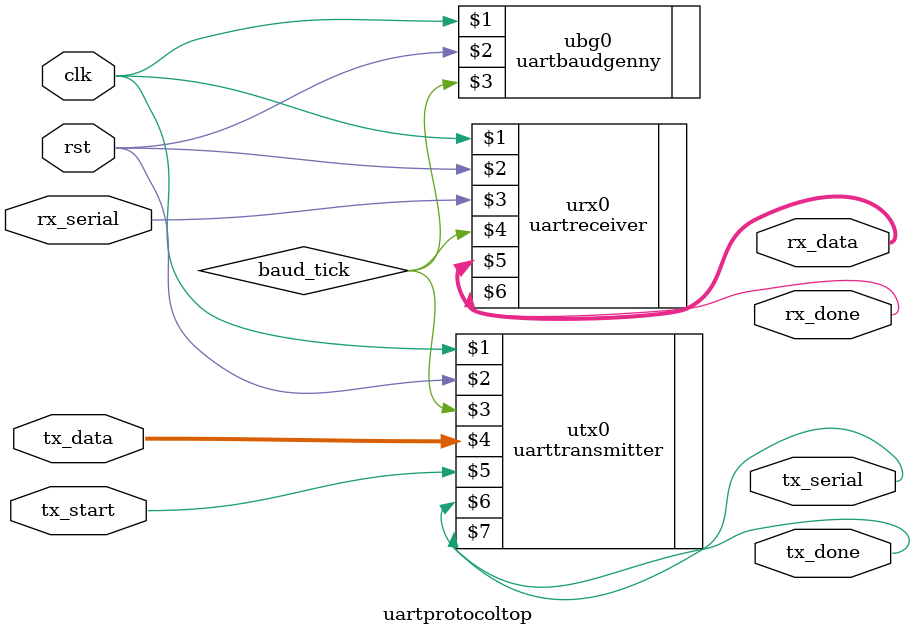
<source format=v>
`timescale 1ns / 1ps


module uartprotocoltop(clk,rst,tx_data,tx_start,tx_serial,rx_serial,rx_data,rx_done,tx_done);
    input clk,rst,tx_start,rx_serial;
    output rx_done,tx_done,tx_serial;
    input [7:0]tx_data;
    output [7:0]rx_data;
    
    wire baud_tick;
    
    uartbaudgenny ubg0(clk,rst,baud_tick);
    uarttransmitter utx0(clk,rst,baud_tick,tx_data,tx_start,tx_serial,tx_done);
    uartreceiver urx0(clk,rst,rx_serial,baud_tick,rx_data,rx_done);
endmodule

</source>
